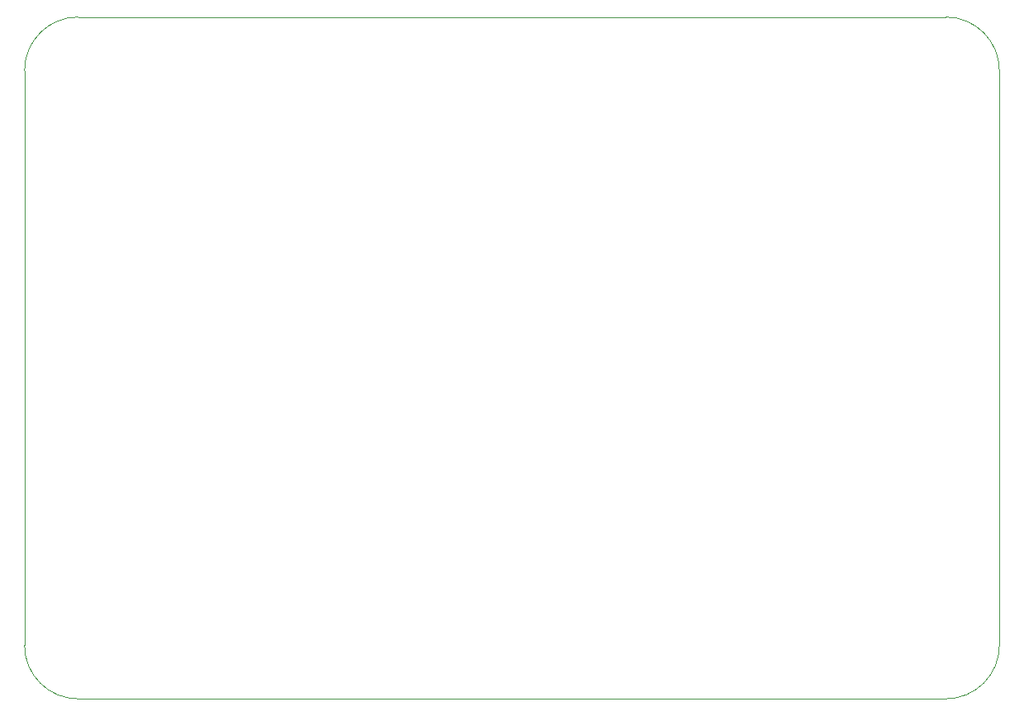
<source format=gbr>
%TF.GenerationSoftware,Altium Limited,Altium Designer,22.5.1 (42)*%
G04 Layer_Color=0*
%FSLAX44Y44*%
%MOMM*%
%TF.SameCoordinates,B102F14A-A54C-4FC6-BF91-0F17097562DF*%
%TF.FilePolarity,Positive*%
%TF.FileFunction,Profile,NP*%
%TF.Part,Single*%
G01*
G75*
%TA.AperFunction,Profile*%
%ADD123C,0.0254*%
D123*
X-500170Y-294920D02*
G03*
X-445170Y-349920I55000J0D01*
G01*
X445170D01*
D02*
G03*
X500170Y-294920I0J55000D01*
G01*
Y294920D01*
D02*
G03*
X445170Y349920I-55000J0D01*
G01*
X-445170Y349920D01*
D02*
G03*
X-500170Y294920I0J-55000D01*
G01*
X-500170Y-294920D01*
%TF.MD5,1a2f913297f4faca171d4a989370d1e2*%
M02*

</source>
